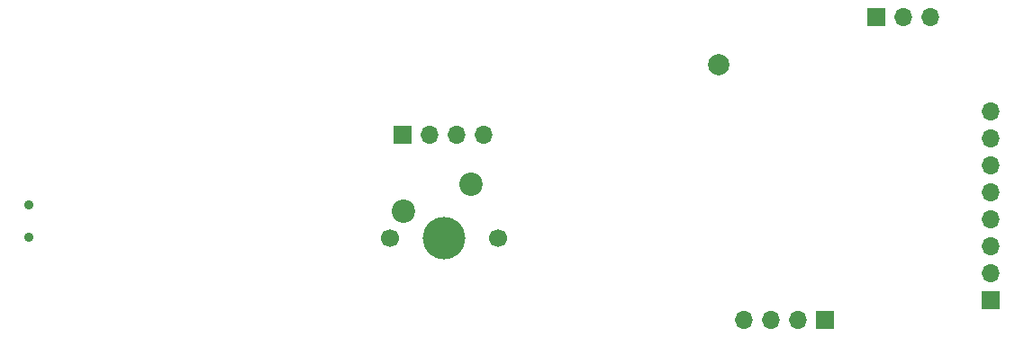
<source format=gbr>
%TF.GenerationSoftware,KiCad,Pcbnew,(6.0.11)*%
%TF.CreationDate,2023-02-12T12:57:39-06:00*%
%TF.ProjectId,DisplayMin,44697370-6c61-4794-9d69-6e2e6b696361,rev?*%
%TF.SameCoordinates,Original*%
%TF.FileFunction,Soldermask,Bot*%
%TF.FilePolarity,Negative*%
%FSLAX46Y46*%
G04 Gerber Fmt 4.6, Leading zero omitted, Abs format (unit mm)*
G04 Created by KiCad (PCBNEW (6.0.11)) date 2023-02-12 12:57:39*
%MOMM*%
%LPD*%
G01*
G04 APERTURE LIST*
%ADD10C,2.000000*%
%ADD11C,2.200000*%
%ADD12C,1.700000*%
%ADD13C,4.000000*%
%ADD14C,0.900000*%
%ADD15O,1.700000X1.700000*%
%ADD16R,1.700000X1.700000*%
G04 APERTURE END LIST*
D10*
%TO.C,BT1*%
X160910000Y-95450000D03*
%TD*%
D11*
%TO.C,SW3*%
X131350000Y-109240000D03*
X137700000Y-106700000D03*
D12*
X140240000Y-111780000D03*
X130080000Y-111780000D03*
D13*
X135160000Y-111780000D03*
%TD*%
D14*
%TO.C,SW1*%
X96125000Y-111705000D03*
X96125000Y-108705000D03*
%TD*%
D15*
%TO.C,J4*%
X180855000Y-91000000D03*
X178315000Y-91000000D03*
D16*
X175775000Y-91000000D03*
%TD*%
D15*
%TO.C,J3*%
X163280000Y-119525000D03*
X165820000Y-119525000D03*
X168360000Y-119525000D03*
D16*
X170900000Y-119525000D03*
%TD*%
%TO.C,J2*%
X131200000Y-102100000D03*
D15*
X133740000Y-102100000D03*
X136280000Y-102100000D03*
X138820000Y-102100000D03*
%TD*%
%TO.C,J1*%
X186500000Y-99920000D03*
X186500000Y-102460000D03*
X186500000Y-105000000D03*
X186500000Y-107540000D03*
X186500000Y-110080000D03*
X186500000Y-112620000D03*
X186500000Y-115160000D03*
D16*
X186500000Y-117700000D03*
%TD*%
M02*

</source>
